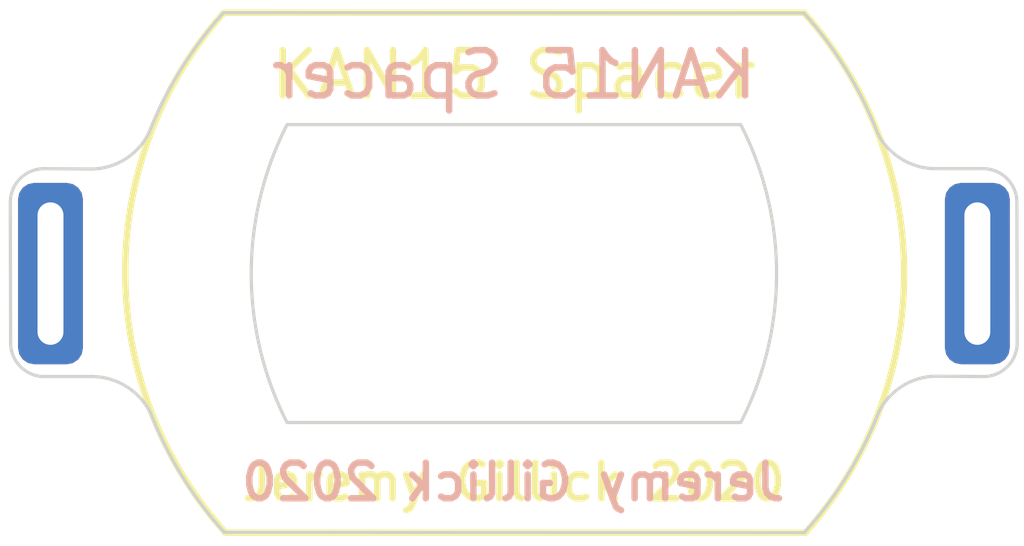
<source format=kicad_pcb>
(kicad_pcb (version 20171130) (host pcbnew "(5.1.6-0-10_14)")

  (general
    (thickness 1.6)
    (drawings 28)
    (tracks 0)
    (zones 0)
    (modules 1)
    (nets 1)
  )

  (page A4)
  (layers
    (0 F.Cu signal)
    (31 B.Cu signal)
    (32 B.Adhes user)
    (33 F.Adhes user)
    (34 B.Paste user)
    (35 F.Paste user)
    (36 B.SilkS user)
    (37 F.SilkS user)
    (38 B.Mask user)
    (39 F.Mask user)
    (40 Dwgs.User user)
    (41 Cmts.User user)
    (42 Eco1.User user)
    (43 Eco2.User user)
    (44 Edge.Cuts user)
    (45 Margin user)
    (46 B.CrtYd user)
    (47 F.CrtYd user)
    (48 B.Fab user)
    (49 F.Fab user hide)
  )

  (setup
    (last_trace_width 0.25)
    (trace_clearance 0.2)
    (zone_clearance 0.508)
    (zone_45_only no)
    (trace_min 0.2)
    (via_size 0.8)
    (via_drill 0.4)
    (via_min_size 0.4)
    (via_min_drill 0.3)
    (uvia_size 0.3)
    (uvia_drill 0.1)
    (uvias_allowed no)
    (uvia_min_size 0.2)
    (uvia_min_drill 0.1)
    (edge_width 0.05)
    (segment_width 0.2)
    (pcb_text_width 0.3)
    (pcb_text_size 1.5 1.5)
    (mod_edge_width 0.12)
    (mod_text_size 1 1)
    (mod_text_width 0.15)
    (pad_size 1.524 1.524)
    (pad_drill 0.762)
    (pad_to_mask_clearance 0.05)
    (aux_axis_origin 0 0)
    (visible_elements FFFFFF7F)
    (pcbplotparams
      (layerselection 0x010fc_ffffffff)
      (usegerberextensions false)
      (usegerberattributes true)
      (usegerberadvancedattributes true)
      (creategerberjobfile true)
      (excludeedgelayer true)
      (linewidth 0.100000)
      (plotframeref false)
      (viasonmask false)
      (mode 1)
      (useauxorigin false)
      (hpglpennumber 1)
      (hpglpenspeed 20)
      (hpglpendiameter 15.000000)
      (psnegative false)
      (psa4output false)
      (plotreference true)
      (plotvalue true)
      (plotinvisibletext false)
      (padsonsilk false)
      (subtractmaskfromsilk false)
      (outputformat 1)
      (mirror false)
      (drillshape 0)
      (scaleselection 1)
      (outputdirectory "./gerbers"))
  )

  (net 0 "")

  (net_class Default "This is the default net class."
    (clearance 0.2)
    (trace_width 0.25)
    (via_dia 0.8)
    (via_drill 0.4)
    (uvia_dia 0.3)
    (uvia_drill 0.1)
  )

  (module "Jeremy Button/Switch:SW_KAN-15_PHT" (layer F.Cu) (tedit 5F62E4DB) (tstamp 5F62E7AF)
    (at 100 100)
    (descr "PUSH BUTTON SWITCH - DC30V 1A - https://www.aliexpress.com/item/32818559623.html")
    (tags "flashlight pushbutton")
    (path /5F62E467)
    (fp_text reference SW1 (at 0 0.15 180) (layer F.SilkS) hide
      (effects (font (size 1 1) (thickness 0.15)))
    )
    (fp_text value KAN-15 (at 0.4 5.375 180) (layer F.Fab)
      (effects (font (size 1 1) (thickness 0.15)))
    )
    (fp_line (start -4.45 4) (end 4.5 4) (layer F.SilkS) (width 0.1))
    (fp_line (start 4.474321 -4.028703) (end -4.475679 -4.028703) (layer F.SilkS) (width 0.1))
    (fp_line (start -6.21 -4.2) (end -0.01 -4.2) (layer F.CrtYd) (width 0.05))
    (fp_line (start -0.01 -4.2) (end -0.01 -2.25) (layer F.CrtYd) (width 0.05))
    (fp_line (start 6.166885 -4.192841) (end 0.01 -4.2) (layer F.CrtYd) (width 0.05))
    (fp_line (start 0.01 -4.2) (end 0.01 -2.25) (layer F.CrtYd) (width 0.05))
    (fp_line (start 0.01 -2.25) (end 3.56 -2.25) (layer F.CrtYd) (width 0.05))
    (fp_line (start -0.01 -2.25) (end -3.55 -2.25) (layer F.CrtYd) (width 0.05))
    (fp_line (start 6.16 4.2) (end 0.01 4.2) (layer F.CrtYd) (width 0.05))
    (fp_line (start 0.01 4.2) (end 0.01 2.25) (layer F.CrtYd) (width 0.05))
    (fp_line (start 0.01 2.25) (end 3.56 2.249999) (layer F.CrtYd) (width 0.05))
    (fp_line (start -6.216885 4.192841) (end -0.01 4.2) (layer F.CrtYd) (width 0.05))
    (fp_line (start -0.01 4.2) (end -0.01 2.25) (layer F.CrtYd) (width 0.05))
    (fp_line (start -0.01 2.25) (end -3.55 2.249999) (layer F.CrtYd) (width 0.05))
    (fp_arc (start -2.05 -0.000001) (end 3.56 2.249999) (angle -43.70842119) (layer F.CrtYd) (width 0.05))
    (fp_arc (start 1.8 0) (end 6.16 4.2) (angle -87.76434705) (layer F.CrtYd) (width 0.05))
    (fp_arc (start 2.06 0) (end -3.55 -2.25) (angle -43.70842119) (layer F.CrtYd) (width 0.05))
    (fp_arc (start -1.85 0) (end -6.21 -4.2) (angle -87.76434705) (layer F.CrtYd) (width 0.05))
    (fp_arc (start 0.024321 -0.028703) (end -4.475679 -4.028703) (angle -83.63358372) (layer F.SilkS) (width 0.1))
    (fp_arc (start 0 0) (end 4.5 4) (angle -83.63358372) (layer F.SilkS) (width 0.1))
    (pad 1 thru_hole roundrect (at -7.15 0) (size 1 2.8) (drill oval 0.4 2.2) (layers *.Cu *.Mask) (roundrect_rratio 0.25))
    (pad 2 thru_hole roundrect (at 7.15 0) (size 1 2.8) (drill oval 0.4 2.2) (layers *.Cu *.Mask) (roundrect_rratio 0.25))
    (model ${JGILLICK_LIBS}/3dmodels/Button_Switch.3dshapes/SW_KAN-15_PTH.step
      (at (xyz 0 0 0))
      (scale (xyz 1 1 1))
      (rotate (xyz 0 0 0))
    )
  )

  (gr_text "KAN15 Spacer" (at 100 96.93) (layer B.SilkS) (tstamp 5F83E2CC)
    (effects (font (size 0.7 0.7) (thickness 0.1)) (justify mirror))
  )
  (gr_text "Jeremy Gillick 2020" (at 100 103.22) (layer F.SilkS) (tstamp 5F83E22A)
    (effects (font (size 0.55 0.55) (thickness 0.1)))
  )
  (gr_line (start 92.235 101.07) (end 92.23 98.9) (layer Edge.Cuts) (width 0.05) (tstamp 5F6C1241))
  (gr_arc (start 100.035001 99.960001) (end 104.475 104) (angle -20.80211291) (layer Edge.Cuts) (width 0.05) (tstamp 5F83A32C))
  (gr_arc (start 100.005 99.97) (end 94.38788 102.143308) (angle -20.75770678) (layer Edge.Cuts) (width 0.05) (tstamp 5F83A32B))
  (gr_arc (start 92.755 101.07) (end 92.235 101.07) (angle -90) (layer Edge.Cuts) (width 0.05) (tstamp 5F83A32A))
  (gr_arc (start 93.485 102.603307) (end 94.38788 102.143308) (angle -63.00205791) (layer Edge.Cuts) (width 0.05) (tstamp 5F83A329))
  (gr_arc (start 106.522234 102.579301) (end 106.509357 101.584707) (angle -64.31433064) (layer Edge.Cuts) (width 0.05) (tstamp 5F83A328))
  (gr_line (start 107.245 101.59) (end 106.509357 101.584707) (layer Edge.Cuts) (width 0.05) (tstamp 5F83A327))
  (gr_line (start 93.485 101.59) (end 92.755 101.59) (layer Edge.Cuts) (width 0.05) (tstamp 5F83A326))
  (gr_arc (start 107.245 101.07) (end 107.245 101.59) (angle -90) (layer Edge.Cuts) (width 0.05) (tstamp 5F83A325))
  (gr_line (start 104.475 104) (end 95.522758 103.993035) (layer Edge.Cuts) (width 0.05) (tstamp 5F83A324))
  (gr_arc (start 98.990001 100) (end 103.5 102.299999) (angle -54.04114679) (layer Edge.Cuts) (width 0.05) (tstamp 5F6C1D8D))
  (gr_arc (start 101.01 100) (end 96.500001 97.700001) (angle -54.04114679) (layer Edge.Cuts) (width 0.05))
  (gr_line (start 96.5 102.3) (end 103.5 102.299999) (layer Edge.Cuts) (width 0.05) (tstamp 5F6C1CD1))
  (gr_line (start 96.5 97.7) (end 103.5 97.7) (layer Edge.Cuts) (width 0.05))
  (gr_arc (start 99.99 100) (end 105.60712 97.826692) (angle -20.75770678) (layer Edge.Cuts) (width 0.05))
  (gr_arc (start 99.959999 100.009999) (end 95.52 95.97) (angle -20.80211291) (layer Edge.Cuts) (width 0.05))
  (gr_arc (start 93.472766 97.390699) (end 93.485643 98.385293) (angle -64.31433064) (layer Edge.Cuts) (width 0.05) (tstamp 5F6C176B))
  (gr_arc (start 106.51 97.366693) (end 105.60712 97.826692) (angle -63.00205791) (layer Edge.Cuts) (width 0.05))
  (gr_arc (start 107.24 98.9) (end 107.76 98.9) (angle -90) (layer Edge.Cuts) (width 0.05) (tstamp 5F6C226D))
  (gr_arc (start 92.75 98.9) (end 92.75 98.38) (angle -90) (layer Edge.Cuts) (width 0.05))
  (gr_line (start 106.51 98.38) (end 107.24 98.38) (layer Edge.Cuts) (width 0.05) (tstamp 5F6C12BB))
  (gr_line (start 92.75 98.38) (end 93.485643 98.385293) (layer Edge.Cuts) (width 0.05))
  (gr_text "Jeremy Gillick 2020" (at 99.99 103.22) (layer B.SilkS)
    (effects (font (size 0.55 0.55) (thickness 0.1)) (justify mirror))
  )
  (gr_text "KAN15 Spacer" (at 100 96.93) (layer F.SilkS)
    (effects (font (size 0.7 0.7) (thickness 0.1)))
  )
  (gr_line (start 107.76 98.9) (end 107.765 101.07) (layer Edge.Cuts) (width 0.05) (tstamp 5F6C2267))
  (gr_line (start 95.52 95.97) (end 104.472242 95.976965) (layer Edge.Cuts) (width 0.05))

)

</source>
